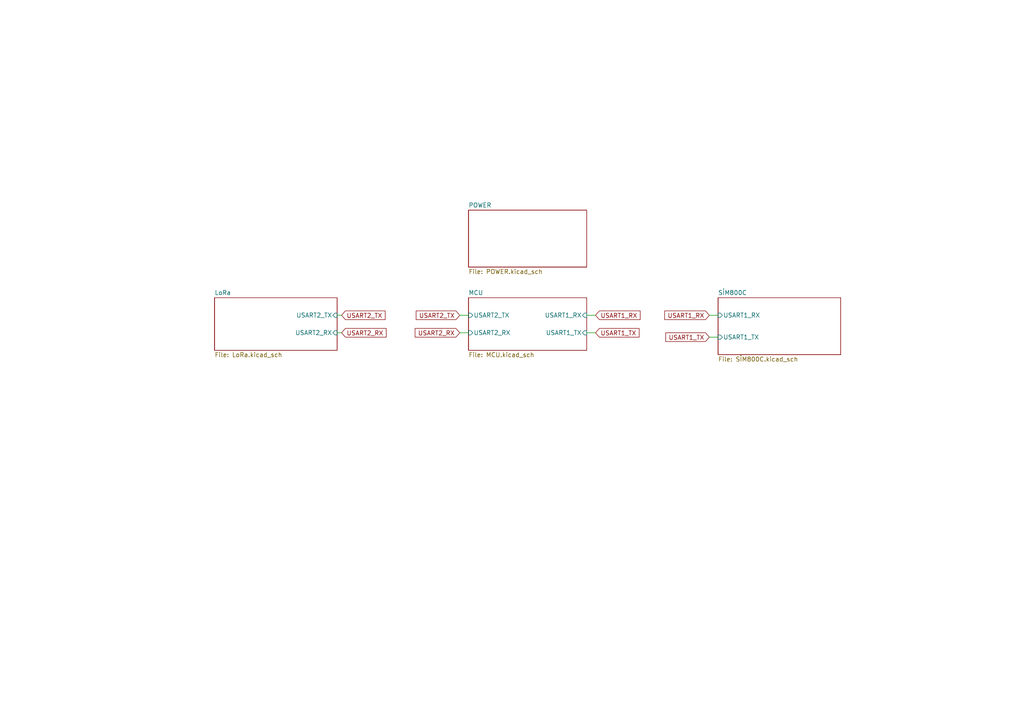
<source format=kicad_sch>
(kicad_sch (version 20230121) (generator eeschema)
  (paper "A4")
  (lib_symbols)
  (wire (pts (xy 205.74 91.44) (xy 208.28 91.44)))
  (wire (pts (xy 97.79 91.44) (xy 99.06 91.44)))
  (wire (pts (xy 170.18 91.44) (xy 172.72 91.44)))
  (wire (pts (xy 205.74 97.79) (xy 208.28 97.79)))
  (wire (pts (xy 133.35 96.52) (xy 135.89 96.52)))
  (wire (pts (xy 97.79 96.52) (xy 99.06 96.52)))
  (wire (pts (xy 133.35 91.44) (xy 135.89 91.44)))
  (wire (pts (xy 170.18 96.52) (xy 172.72 96.52)))
  (global_label "USART1_RX" (shape input) (at 205.74 91.44 180) (property "Intersheetrefs" "${INTERSHEET_REFS}" (effects hide)))
  (global_label "USART1_RX" (shape input) (at 172.72 91.44 0) (property "Intersheetrefs" "${INTERSHEET_REFS}" (effects hide)))
  (global_label "USART2_RX" (shape input) (at 99.06 96.52 0) (property "Intersheetrefs" "${INTERSHEET_REFS}" (effects hide)))
  (global_label "USART1_TX" (shape input) (at 172.72 96.52 0) (property "Intersheetrefs" "${INTERSHEET_REFS}" (effects hide)))
  (global_label "USART2_TX" (shape input) (at 99.06 91.44 0) (property "Intersheetrefs" "${INTERSHEET_REFS}" (effects hide)))
  (global_label "USART1_TX" (shape input) (at 205.74 97.79 180) (property "Intersheetrefs" "${INTERSHEET_REFS}" (effects hide)))
  (global_label "USART2_TX" (shape input) (at 133.35 91.44 180) (property "Intersheetrefs" "${INTERSHEET_REFS}" (effects hide)))
  (global_label "USART2_RX" (shape input) (at 133.35 96.52 180) (property "Intersheetrefs" "${INTERSHEET_REFS}" (effects hide)))
  (sheet (at 135.89 86.36) (size 34.29 15.24) (stroke (width 0.1524))
    (property "Sheetname" "MCU" (at 135.89 85.6484 0) (effects (justify left bottom)))
    (property "Sheetfile" "MCU.kicad_sch" (at 135.89 102.1846 0) (effects (justify left top)))
    (pin "USART1_RX" input (at 170.18 91.44 0))
    (pin "USART1_TX" input (at 170.18 96.52 0))
    (pin "USART2_TX" input (at 135.89 91.44 180))
    (pin "USART2_RX" input (at 135.89 96.52 180))
  )
  (sheet (at 62.23 86.36) (size 35.56 15.24) (stroke (width 0.1524))
    (property "Sheetname" "LoRa" (at 62.23 85.6484 0) (effects (justify left bottom)))
    (property "Sheetfile" "LoRa.kicad_sch" (at 62.23 102.1846 0) (effects (justify left top)))
    (pin "USART2_TX" input (at 97.79 91.44 0))
    (pin "USART2_RX" input (at 97.79 96.52 0))
  )
  (sheet (at 135.89 60.96) (size 34.29 16.51) (stroke (width 0.1524))
    (property "Sheetname" "POWER" (at 135.89 60.2484 0) (effects (justify left bottom)))
    (property "Sheetfile" "POWER.kicad_sch" (at 135.89 78.0546 0) (effects (justify left top)))
  )
  (sheet (at 208.28 86.36) (size 35.56 16.51) (stroke (width 0.1524))
    (property "Sheetname" "SİM800C" (at 208.28 85.6484 0) (effects (justify left bottom)))
    (property "Sheetfile" "SİM800C.kicad_sch" (at 208.28 103.4546 0) (effects (justify left top)))
    (pin "USART1_RX" input (at 208.28 91.44 180))
    (pin "USART1_TX" input (at 208.28 97.79 180))
  )
)
</source>
